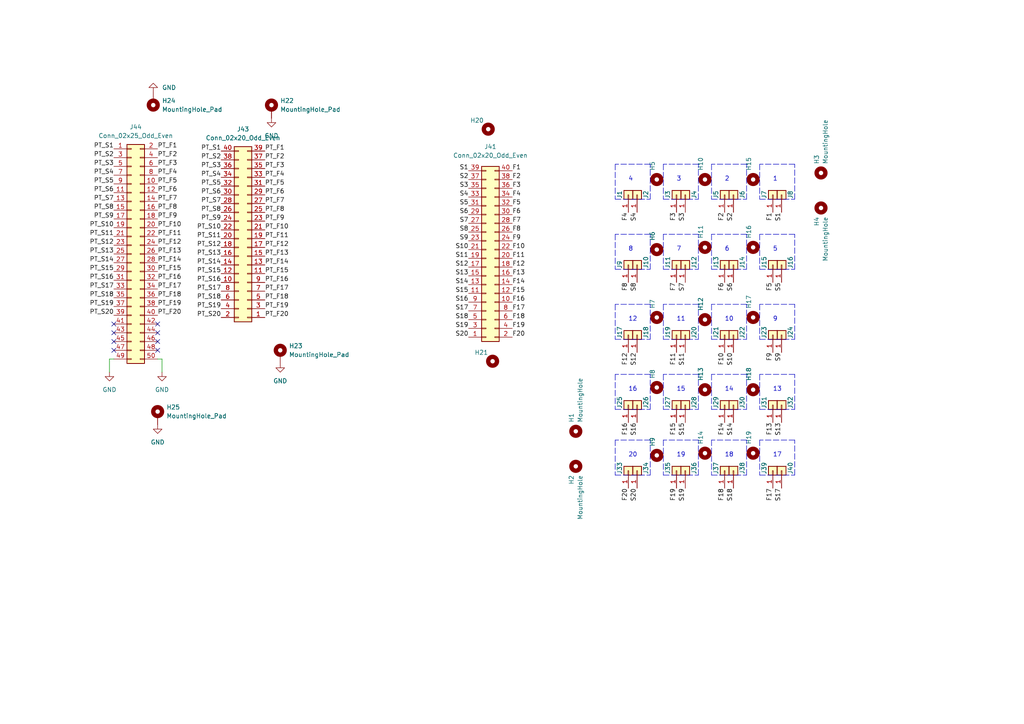
<source format=kicad_sch>
(kicad_sch (version 20211123) (generator eeschema)
  (paper "A4")
  (lib_symbols
    (symbol "Connector_Generic:Conn_01x01" (pin_names (offset 1.016) hide)
      (property "Reference" "J" (at 0 2.54 0))
      (property "Value" "Conn_01x01" (at 0 -2.54 0))
      (symbol "Conn_01x01_1_1"
        (rectangle (start -1.27 0.127) (end 0 -0.127) (stroke (width 0.1524)))
        (rectangle (start -1.27 1.27) (end 1.27 -1.27) (stroke (width 0.254)) (fill (type background)))
        (pin passive line (at -5.08 0 0) (length 3.81) (name "Pin_1") (number "1"))
      )
    )
    (symbol "Connector_Generic:Conn_02x20_Odd_Even" (pin_names (offset 1.016) hide)
      (property "Reference" "J" (at 1.27 25.4 0))
      (property "Value" "Conn_02x20_Odd_Even" (at 1.27 -27.94 0))
      (symbol "Conn_02x20_Odd_Even_1_1"
        (rectangle (start -1.27 -25.273) (end 0 -25.527) (stroke (width 0.1524)))
        (rectangle (start -1.27 -22.733) (end 0 -22.987) (stroke (width 0.1524)))
        (rectangle (start -1.27 -20.193) (end 0 -20.447) (stroke (width 0.1524)))
        (rectangle (start -1.27 -17.653) (end 0 -17.907) (stroke (width 0.1524)))
        (rectangle (start -1.27 -15.113) (end 0 -15.367) (stroke (width 0.1524)))
        (rectangle (start -1.27 -12.573) (end 0 -12.827) (stroke (width 0.1524)))
        (rectangle (start -1.27 -10.033) (end 0 -10.287) (stroke (width 0.1524)))
        (rectangle (start -1.27 -7.493) (end 0 -7.747) (stroke (width 0.1524)))
        (rectangle (start -1.27 -4.953) (end 0 -5.207) (stroke (width 0.1524)))
        (rectangle (start -1.27 -2.413) (end 0 -2.667) (stroke (width 0.1524)))
        (rectangle (start -1.27 0.127) (end 0 -0.127) (stroke (width 0.1524)))
        (rectangle (start -1.27 2.667) (end 0 2.413) (stroke (width 0.1524)))
        (rectangle (start -1.27 5.207) (end 0 4.953) (stroke (width 0.1524)))
        (rectangle (start -1.27 7.747) (end 0 7.493) (stroke (width 0.1524)))
        (rectangle (start -1.27 10.287) (end 0 10.033) (stroke (width 0.1524)))
        (rectangle (start -1.27 12.827) (end 0 12.573) (stroke (width 0.1524)))
        (rectangle (start -1.27 15.367) (end 0 15.113) (stroke (width 0.1524)))
        (rectangle (start -1.27 17.907) (end 0 17.653) (stroke (width 0.1524)))
        (rectangle (start -1.27 20.447) (end 0 20.193) (stroke (width 0.1524)))
        (rectangle (start -1.27 22.987) (end 0 22.733) (stroke (width 0.1524)))
        (rectangle (start -1.27 24.13) (end 3.81 -26.67) (stroke (width 0.254)) (fill (type background)))
        (rectangle (start 3.81 -25.273) (end 2.54 -25.527) (stroke (width 0.1524)))
        (rectangle (start 3.81 -22.733) (end 2.54 -22.987) (stroke (width 0.1524)))
        (rectangle (start 3.81 -20.193) (end 2.54 -20.447) (stroke (width 0.1524)))
        (rectangle (start 3.81 -17.653) (end 2.54 -17.907) (stroke (width 0.1524)))
        (rectangle (start 3.81 -15.113) (end 2.54 -15.367) (stroke (width 0.1524)))
        (rectangle (start 3.81 -12.573) (end 2.54 -12.827) (stroke (width 0.1524)))
        (rectangle (start 3.81 -10.033) (end 2.54 -10.287) (stroke (width 0.1524)))
        (rectangle (start 3.81 -7.493) (end 2.54 -7.747) (stroke (width 0.1524)))
        (rectangle (start 3.81 -4.953) (end 2.54 -5.207) (stroke (width 0.1524)))
        (rectangle (start 3.81 -2.413) (end 2.54 -2.667) (stroke (width 0.1524)))
        (rectangle (start 3.81 0.127) (end 2.54 -0.127) (stroke (width 0.1524)))
        (rectangle (start 3.81 2.667) (end 2.54 2.413) (stroke (width 0.1524)))
        (rectangle (start 3.81 5.207) (end 2.54 4.953) (stroke (width 0.1524)))
        (rectangle (start 3.81 7.747) (end 2.54 7.493) (stroke (width 0.1524)))
        (rectangle (start 3.81 10.287) (end 2.54 10.033) (stroke (width 0.1524)))
        (rectangle (start 3.81 12.827) (end 2.54 12.573) (stroke (width 0.1524)))
        (rectangle (start 3.81 15.367) (end 2.54 15.113) (stroke (width 0.1524)))
        (rectangle (start 3.81 17.907) (end 2.54 17.653) (stroke (width 0.1524)))
        (rectangle (start 3.81 20.447) (end 2.54 20.193) (stroke (width 0.1524)))
        (rectangle (start 3.81 22.987) (end 2.54 22.733) (stroke (width 0.1524)))
        (pin passive line (at -5.08 22.86 0) (length 3.81) (name "Pin_1") (number "1"))
        (pin passive line (at 7.62 12.7 180) (length 3.81) (name "Pin_10") (number "10"))
        (pin passive line (at -5.08 10.16 0) (length 3.81) (name "Pin_11") (number "11"))
        (pin passive line (at 7.62 10.16 180) (length 3.81) (name "Pin_12") (number "12"))
        (pin passive line (at -5.08 7.62 0) (length 3.81) (name "Pin_13") (number "13"))
        (pin passive line (at 7.62 7.62 180) (length 3.81) (name "Pin_14") (number "14"))
        (pin passive line (at -5.08 5.08 0) (length 3.81) (name "Pin_15") (number "15"))
        (pin passive line (at 7.62 5.08 180) (length 3.81) (name "Pin_16") (number "16"))
        (pin passive line (at -5.08 2.54 0) (length 3.81) (name "Pin_17") (number "17"))
        (pin passive line (at 7.62 2.54 180) (length 3.81) (name "Pin_18") (number "18"))
        (pin passive line (at -5.08 0 0) (length 3.81) (name "Pin_19") (number "19"))
        (pin passive line (at 7.62 22.86 180) (length 3.81) (name "Pin_2") (number "2"))
        (pin passive line (at 7.62 0 180) (length 3.81) (name "Pin_20") (number "20"))
        (pin passive line (at -5.08 -2.54 0) (length 3.81) (name "Pin_21") (number "21"))
        (pin passive line (at 7.62 -2.54 180) (length 3.81) (name "Pin_22") (number "22"))
        (pin passive line (at -5.08 -5.08 0) (length 3.81) (name "Pin_23") (number "23"))
        (pin passive line (at 7.62 -5.08 180) (length 3.81) (name "Pin_24") (number "24"))
        (pin passive line (at -5.08 -7.62 0) (length 3.81) (name "Pin_25") (number "25"))
        (pin passive line (at 7.62 -7.62 180) (length 3.81) (name "Pin_26") (number "26"))
        (pin passive line (at -5.08 -10.16 0) (length 3.81) (name "Pin_27") (number "27"))
        (pin passive line (at 7.62 -10.16 180) (length 3.81) (name "Pin_28") (number "28"))
        (pin passive line (at -5.08 -12.7 0) (length 3.81) (name "Pin_29") (number "29"))
        (pin passive line (at -5.08 20.32 0) (length 3.81) (name "Pin_3") (number "3"))
        (pin passive line (at 7.62 -12.7 180) (length 3.81) (name "Pin_30") (number "30"))
        (pin passive line (at -5.08 -15.24 0) (length 3.81) (name "Pin_31") (number "31"))
        (pin passive line (at 7.62 -15.24 180) (length 3.81) (name "Pin_32") (number "32"))
        (pin passive line (at -5.08 -17.78 0) (length 3.81) (name "Pin_33") (number "33"))
        (pin passive line (at 7.62 -17.78 180) (length 3.81) (name "Pin_34") (number "34"))
        (pin passive line (at -5.08 -20.32 0) (length 3.81) (name "Pin_35") (number "35"))
        (pin passive line (at 7.62 -20.32 180) (length 3.81) (name "Pin_36") (number "36"))
        (pin passive line (at -5.08 -22.86 0) (length 3.81) (name "Pin_37") (number "37"))
        (pin passive line (at 7.62 -22.86 180) (length 3.81) (name "Pin_38") (number "38"))
        (pin passive line (at -5.08 -25.4 0) (length 3.81) (name "Pin_39") (number "39"))
        (pin passive line (at 7.62 20.32 180) (length 3.81) (name "Pin_4") (number "4"))
        (pin passive line (at 7.62 -25.4 180) (length 3.81) (name "Pin_40") (number "40"))
        (pin passive line (at -5.08 17.78 0) (length 3.81) (name "Pin_5") (number "5"))
        (pin passive line (at 7.62 17.78 180) (length 3.81) (name "Pin_6") (number "6"))
        (pin passive line (at -5.08 15.24 0) (length 3.81) (name "Pin_7") (number "7"))
        (pin passive line (at 7.62 15.24 180) (length 3.81) (name "Pin_8") (number "8"))
        (pin passive line (at -5.08 12.7 0) (length 3.81) (name "Pin_9") (number "9"))
      )
    )
    (symbol "Connector_Generic:Conn_02x25_Odd_Even" (pin_names (offset 1.016) hide)
      (property "Reference" "J" (at 1.27 33.02 0))
      (property "Value" "Conn_02x25_Odd_Even" (at 1.27 -33.02 0))
      (symbol "Conn_02x25_Odd_Even_1_1"
        (rectangle (start -1.27 -30.353) (end 0 -30.607) (stroke (width 0.1524)))
        (rectangle (start -1.27 -27.813) (end 0 -28.067) (stroke (width 0.1524)))
        (rectangle (start -1.27 -25.273) (end 0 -25.527) (stroke (width 0.1524)))
        (rectangle (start -1.27 -22.733) (end 0 -22.987) (stroke (width 0.1524)))
        (rectangle (start -1.27 -20.193) (end 0 -20.447) (stroke (width 0.1524)))
        (rectangle (start -1.27 -17.653) (end 0 -17.907) (stroke (width 0.1524)))
        (rectangle (start -1.27 -15.113) (end 0 -15.367) (stroke (width 0.1524)))
        (rectangle (start -1.27 -12.573) (end 0 -12.827) (stroke (width 0.1524)))
        (rectangle (start -1.27 -10.033) (end 0 -10.287) (stroke (width 0.1524)))
        (rectangle (start -1.27 -7.493) (end 0 -7.747) (stroke (width 0.1524)))
        (rectangle (start -1.27 -4.953) (end 0 -5.207) (stroke (width 0.1524)))
        (rectangle (start -1.27 -2.413) (end 0 -2.667) (stroke (width 0.1524)))
        (rectangle (start -1.27 0.127) (end 0 -0.127) (stroke (width 0.1524)))
        (rectangle (start -1.27 2.667) (end 0 2.413) (stroke (width 0.1524)))
        (rectangle (start -1.27 5.207) (end 0 4.953) (stroke (width 0.1524)))
        (rectangle (start -1.27 7.747) (end 0 7.493) (stroke (width 0.1524)))
        (rectangle (start -1.27 10.287) (end 0 10.033) (stroke (width 0.1524)))
        (rectangle (start -1.27 12.827) (end 0 12.573) (stroke (width 0.1524)))
        (rectangle (start -1.27 15.367) (end 0 15.113) (stroke (width 0.1524)))
        (rectangle (start -1.27 17.907) (end 0 17.653) (stroke (width 0.1524)))
        (rectangle (start -1.27 20.447) (end 0 20.193) (stroke (width 0.1524)))
        (rectangle (start -1.27 22.987) (end 0 22.733) (stroke (width 0.1524)))
        (rectangle (start -1.27 25.527) (end 0 25.273) (stroke (width 0.1524)))
        (rectangle (start -1.27 28.067) (end 0 27.813) (stroke (width 0.1524)))
        (rectangle (start -1.27 30.607) (end 0 30.353) (stroke (width 0.1524)))
        (rectangle (start -1.27 31.75) (end 3.81 -31.75) (stroke (width 0.254)) (fill (type background)))
        (rectangle (start 3.81 -30.353) (end 2.54 -30.607) (stroke (width 0.1524)))
        (rectangle (start 3.81 -27.813) (end 2.54 -28.067) (stroke (width 0.1524)))
        (rectangle (start 3.81 -25.273) (end 2.54 -25.527) (stroke (width 0.1524)))
        (rectangle (start 3.81 -22.733) (end 2.54 -22.987) (stroke (width 0.1524)))
        (rectangle (start 3.81 -20.193) (end 2.54 -20.447) (stroke (width 0.1524)))
        (rectangle (start 3.81 -17.653) (end 2.54 -17.907) (stroke (width 0.1524)))
        (rectangle (start 3.81 -15.113) (end 2.54 -15.367) (stroke (width 0.1524)))
        (rectangle (start 3.81 -12.573) (end 2.54 -12.827) (stroke (width 0.1524)))
        (rectangle (start 3.81 -10.033) (end 2.54 -10.287) (stroke (width 0.1524)))
        (rectangle (start 3.81 -7.493) (end 2.54 -7.747) (stroke (width 0.1524)))
        (rectangle (start 3.81 -4.953) (end 2.54 -5.207) (stroke (width 0.1524)))
        (rectangle (start 3.81 -2.413) (end 2.54 -2.667) (stroke (width 0.1524)))
        (rectangle (start 3.81 0.127) (end 2.54 -0.127) (stroke (width 0.1524)))
        (rectangle (start 3.81 2.667) (end 2.54 2.413) (stroke (width 0.1524)))
        (rectangle (start 3.81 5.207) (end 2.54 4.953) (stroke (width 0.1524)))
        (rectangle (start 3.81 7.747) (end 2.54 7.493) (stroke (width 0.1524)))
        (rectangle (start 3.81 10.287) (end 2.54 10.033) (stroke (width 0.1524)))
        (rectangle (start 3.81 12.827) (end 2.54 12.573) (stroke (width 0.1524)))
        (rectangle (start 3.81 15.367) (end 2.54 15.113) (stroke (width 0.1524)))
        (rectangle (start 3.81 17.907) (end 2.54 17.653) (stroke (width 0.1524)))
        (rectangle (start 3.81 20.447) (end 2.54 20.193) (stroke (width 0.1524)))
        (rectangle (start 3.81 22.987) (end 2.54 22.733) (stroke (width 0.1524)))
        (rectangle (start 3.81 25.527) (end 2.54 25.273) (stroke (width 0.1524)))
        (rectangle (start 3.81 28.067) (end 2.54 27.813) (stroke (width 0.1524)))
        (rectangle (start 3.81 30.607) (end 2.54 30.353) (stroke (width 0.1524)))
        (pin passive line (at -5.08 30.48 0) (length 3.81) (name "Pin_1") (number "1"))
        (pin passive line (at 7.62 20.32 180) (length 3.81) (name "Pin_10") (number "10"))
        (pin passive line (at -5.08 17.78 0) (length 3.81) (name "Pin_11") (number "11"))
        (pin passive line (at 7.62 17.78 180) (length 3.81) (name "Pin_12") (number "12"))
        (pin passive line (at -5.08 15.24 0) (length 3.81) (name "Pin_13") (number "13"))
        (pin passive line (at 7.62 15.24 180) (length 3.81) (name "Pin_14") (number "14"))
        (pin passive line (at -5.08 12.7 0) (length 3.81) (name "Pin_15") (number "15"))
        (pin passive line (at 7.62 12.7 180) (length 3.81) (name "Pin_16") (number "16"))
        (pin passive line (at -5.08 10.16 0) (length 3.81) (name "Pin_17") (number "17"))
        (pin passive line (at 7.62 10.16 180) (length 3.81) (name "Pin_18") (number "18"))
        (pin passive line (at -5.08 7.62 0) (length 3.81) (name "Pin_19") (number "19"))
        (pin passive line (at 7.62 30.48 180) (length 3.81) (name "Pin_2") (number "2"))
        (pin passive line (at 7.62 7.62 180) (length 3.81) (name "Pin_20") (number "20"))
        (pin passive line (at -5.08 5.08 0) (length 3.81) (name "Pin_21") (number "21"))
        (pin passive line (at 7.62 5.08 180) (length 3.81) (name "Pin_22") (number "22"))
        (pin passive line (at -5.08 2.54 0) (length 3.81) (name "Pin_23") (number "23"))
        (pin passive line (at 7.62 2.54 180) (length 3.81) (name "Pin_24") (number "24"))
        (pin passive line (at -5.08 0 0) (length 3.81) (name "Pin_25") (number "25"))
        (pin passive line (at 7.62 0 180) (length 3.81) (name "Pin_26") (number "26"))
        (pin passive line (at -5.08 -2.54 0) (length 3.81) (name "Pin_27") (number "27"))
        (pin passive line (at 7.62 -2.54 180) (length 3.81) (name "Pin_28") (number "28"))
        (pin passive line (at -5.08 -5.08 0) (length 3.81) (name "Pin_29") (number "29"))
        (pin passive line (at -5.08 27.94 0) (length 3.81) (name "Pin_3") (number "3"))
        (pin passive line (at 7.62 -5.08 180) (length 3.81) (name "Pin_30") (number "30"))
        (pin passive line (at -5.08 -7.62 0) (length 3.81) (name "Pin_31") (number "31"))
        (pin passive line (at 7.62 -7.62 180) (length 3.81) (name "Pin_32") (number "32"))
        (pin passive line (at -5.08 -10.16 0) (length 3.81) (name "Pin_33") (number "33"))
        (pin passive line (at 7.62 -10.16 180) (length 3.81) (name "Pin_34") (number "34"))
        (pin passive line (at -5.08 -12.7 0) (length 3.81) (name "Pin_35") (number "35"))
        (pin passive line (at 7.62 -12.7 180) (length 3.81) (name "Pin_36") (number "36"))
        (pin passive line (at -5.08 -15.24 0) (length 3.81) (name "Pin_37") (number "37"))
        (pin passive line (at 7.62 -15.24 180) (length 3.81) (name "Pin_38") (number "38"))
        (pin passive line (at -5.08 -17.78 0) (length 3.81) (name "Pin_39") (number "39"))
        (pin passive line (at 7.62 27.94 180) (length 3.81) (name "Pin_4") (number "4"))
        (pin passive line (at 7.62 -17.78 180) (length 3.81) (name "Pin_40") (number "40"))
        (pin passive line (at -5.08 -20.32 0) (length 3.81) (name "Pin_41") (number "41"))
        (pin passive line (at 7.62 -20.32 180) (length 3.81) (name "Pin_42") (number "42"))
        (pin passive line (at -5.08 -22.86 0) (length 3.81) (name "Pin_43") (number "43"))
        (pin passive line (at 7.62 -22.86 180) (length 3.81) (name "Pin_44") (number "44"))
        (pin passive line (at -5.08 -25.4 0) (length 3.81) (name "Pin_45") (number "45"))
        (pin passive line (at 7.62 -25.4 180) (length 3.81) (name "Pin_46") (number "46"))
        (pin passive line (at -5.08 -27.94 0) (length 3.81) (name "Pin_47") (number "47"))
        (pin passive line (at 7.62 -27.94 180) (length 3.81) (name "Pin_48") (number "48"))
        (pin passive line (at -5.08 -30.48 0) (length 3.81) (name "Pin_49") (number "49"))
        (pin passive line (at -5.08 25.4 0) (length 3.81) (name "Pin_5") (number "5"))
        (pin passive line (at 7.62 -30.48 180) (length 3.81) (name "Pin_50") (number "50"))
        (pin passive line (at 7.62 25.4 180) (length 3.81) (name "Pin_6") (number "6"))
        (pin passive line (at -5.08 22.86 0) (length 3.81) (name "Pin_7") (number "7"))
        (pin passive line (at 7.62 22.86 180) (length 3.81) (name "Pin_8") (number "8"))
        (pin passive line (at -5.08 20.32 0) (length 3.81) (name "Pin_9") (number "9"))
      )
    )
    (symbol "Mechanical:MountingHole" (pin_names (offset 1.016))
      (property "Reference" "H" (at 0 5.08 0))
      (property "Value" "MountingHole" (at 0 3.175 0))
      (symbol "MountingHole_0_1"
        (circle (center 0 0) (radius 1.27) (stroke (width 1.27)))
      )
    )
    (symbol "Mechanical:MountingHole_Pad" (pin_numbers hide) (pin_names (offset 1.016) hide)
      (property "Reference" "H" (at 0 6.35 0))
      (property "Value" "MountingHole_Pad" (at 0 4.445 0))
      (symbol "MountingHole_Pad_0_1"
        (circle (center 0 1.27) (radius 1.27) (stroke (width 1.27)))
      )
      (symbol "MountingHole_Pad_1_1"
        (pin input line (at 0 -2.54 90) (length 2.54) (name "1") (number "1"))
      )
    )
    (symbol "power:GND" (power) (pin_names (offset 0))
      (property "Value" "GND" (at 0 -3.81 0))
      (symbol "GND_0_1"
        (polyline (pts (xy 0 0) (xy 0 -1.27) (xy 1.27 -1.27) (xy 0 -2.54) (xy -1.27 -1.27) (xy 0 -1.27)))
      )
      (symbol "GND_1_1"
        (pin power_in line (at 0 0 270) (length 0) hide (name "GND") (number "1"))
      )
    )
  )
  (no_connect (at 33.02 93.98))
  (no_connect (at 33.02 96.52))
  (no_connect (at 33.02 99.06))
  (no_connect (at 33.02 101.6))
  (no_connect (at 45.72 101.6))
  (no_connect (at 45.72 99.06))
  (no_connect (at 45.72 96.52))
  (no_connect (at 45.72 93.98))
  (polyline (pts (xy 192.405 108.585) (xy 192.405 118.745)))
  (polyline (pts (xy 188.595 108.585) (xy 178.435 108.585)))
  (polyline (pts (xy 230.505 78.105) (xy 230.505 67.945)))
  (polyline (pts (xy 178.435 118.745) (xy 188.595 118.745)))
  (wire (pts (xy 31.75 104.14) (xy 31.75 107.95)))
  (polyline (pts (xy 220.345 118.745) (xy 230.505 118.745)))
  (polyline (pts (xy 206.375 47.625) (xy 206.375 57.785)))
  (polyline (pts (xy 230.505 57.785) (xy 230.505 47.625)))
  (polyline (pts (xy 216.535 47.625) (xy 206.375 47.625)))
  (polyline (pts (xy 178.435 47.625) (xy 178.435 57.785)))
  (polyline (pts (xy 206.375 118.745) (xy 216.535 118.745)))
  (polyline (pts (xy 188.595 67.945) (xy 178.435 67.945)))
  (polyline (pts (xy 220.345 137.795) (xy 230.505 137.795)))
  (polyline (pts (xy 202.565 137.795) (xy 202.565 127.635)))
  (polyline (pts (xy 178.435 137.795) (xy 188.595 137.795)))
  (polyline (pts (xy 188.595 127.635) (xy 178.435 127.635)))
  (polyline (pts (xy 192.405 127.635) (xy 192.405 137.795)))
  (polyline (pts (xy 192.405 47.625) (xy 192.405 57.785)))
  (polyline (pts (xy 230.505 47.625) (xy 220.345 47.625)))
  (polyline (pts (xy 178.435 108.585) (xy 178.435 118.745)))
  (polyline (pts (xy 188.595 47.625) (xy 178.435 47.625)))
  (polyline (pts (xy 192.405 67.945) (xy 192.405 78.105)))
  (polyline (pts (xy 220.345 57.785) (xy 230.505 57.785)))
  (polyline (pts (xy 188.595 137.795) (xy 188.595 127.635)))
  (polyline (pts (xy 206.375 137.795) (xy 216.535 137.795)))
  (polyline (pts (xy 230.505 118.745) (xy 230.505 108.585)))
  (polyline (pts (xy 192.405 98.425) (xy 202.565 98.425)))
  (wire (pts (xy 45.72 104.14) (xy 46.99 104.14)))
  (polyline (pts (xy 192.405 118.745) (xy 202.565 118.745)))
  (polyline (pts (xy 220.345 127.635) (xy 220.345 137.795)))
  (polyline (pts (xy 202.565 127.635) (xy 192.405 127.635)))
  (polyline (pts (xy 206.375 127.635) (xy 206.375 137.795)))
  (polyline (pts (xy 178.435 98.425) (xy 188.595 98.425)))
  (polyline (pts (xy 202.565 57.785) (xy 202.565 47.625)))
  (polyline (pts (xy 230.505 88.265) (xy 220.345 88.265)))
  (polyline (pts (xy 206.375 108.585) (xy 206.375 118.745)))
  (polyline (pts (xy 230.505 137.795) (xy 230.505 127.635)))
  (polyline (pts (xy 202.565 67.945) (xy 192.405 67.945)))
  (polyline (pts (xy 220.345 108.585) (xy 220.345 118.745)))
  (polyline (pts (xy 220.345 88.265) (xy 220.345 98.425)))
  (wire (pts (xy 46.99 104.14) (xy 46.99 107.95)))
  (polyline (pts (xy 216.535 137.795) (xy 216.535 127.635)))
  (polyline (pts (xy 202.565 78.105) (xy 202.565 67.945)))
  (polyline (pts (xy 202.565 47.625) (xy 192.405 47.625)))
  (polyline (pts (xy 202.565 118.745) (xy 202.565 108.585)))
  (polyline (pts (xy 206.375 88.265) (xy 206.375 98.425)))
  (polyline (pts (xy 216.535 127.635) (xy 206.375 127.635)))
  (polyline (pts (xy 230.505 67.945) (xy 220.345 67.945)))
  (polyline (pts (xy 216.535 88.265) (xy 206.375 88.265)))
  (polyline (pts (xy 220.345 47.625) (xy 220.345 57.785)))
  (polyline (pts (xy 202.565 98.425) (xy 202.565 88.265)))
  (polyline (pts (xy 178.435 57.785) (xy 188.595 57.785)))
  (polyline (pts (xy 188.595 98.425) (xy 188.595 88.265)))
  (polyline (pts (xy 220.345 67.945) (xy 220.345 78.105)))
  (polyline (pts (xy 216.535 118.745) (xy 216.535 108.585)))
  (polyline (pts (xy 216.535 78.105) (xy 216.535 67.945)))
  (polyline (pts (xy 202.565 108.585) (xy 192.405 108.585)))
  (polyline (pts (xy 178.435 88.265) (xy 178.435 98.425)))
  (polyline (pts (xy 220.345 78.105) (xy 230.505 78.105)))
  (polyline (pts (xy 188.595 57.785) (xy 188.595 47.625)))
  (polyline (pts (xy 216.535 108.585) (xy 206.375 108.585)))
  (polyline (pts (xy 192.405 88.265) (xy 192.405 98.425)))
  (polyline (pts (xy 206.375 67.945) (xy 206.375 78.105)))
  (polyline (pts (xy 178.435 78.105) (xy 188.595 78.105)))
  (polyline (pts (xy 230.505 98.425) (xy 230.505 88.265)))
  (polyline (pts (xy 192.405 78.105) (xy 202.565 78.105)))
  (polyline (pts (xy 220.345 98.425) (xy 230.505 98.425)))
  (polyline (pts (xy 206.375 78.105) (xy 216.535 78.105)))
  (polyline (pts (xy 230.505 108.585) (xy 220.345 108.585)))
  (polyline (pts (xy 178.435 67.945) (xy 178.435 78.105)))
  (polyline (pts (xy 202.565 88.265) (xy 192.405 88.265)))
  (polyline (pts (xy 216.535 57.785) (xy 216.535 47.625)))
  (polyline (pts (xy 188.595 78.105) (xy 188.595 67.945)))
  (polyline (pts (xy 188.595 88.265) (xy 178.435 88.265)))
  (polyline (pts (xy 206.375 98.425) (xy 216.535 98.425)))
  (polyline (pts (xy 216.535 98.425) (xy 216.535 88.265)))
  (polyline (pts (xy 206.375 57.785) (xy 216.535 57.785)))
  (polyline (pts (xy 192.405 137.795) (xy 202.565 137.795)))
  (polyline (pts (xy 192.405 57.785) (xy 202.565 57.785)))
  (wire (pts (xy 33.02 104.14) (xy 31.75 104.14)))
  (polyline (pts (xy 188.595 118.745) (xy 188.595 108.585)))
  (polyline (pts (xy 178.435 127.635) (xy 178.435 137.795)))
  (polyline (pts (xy 216.535 67.945) (xy 206.375 67.945)))
  (polyline (pts (xy 230.505 127.635) (xy 220.345 127.635)))
  (text "10" (at 210.185 93.345 0) (effects (font (size 1.27 1.27)) (justify left bottom)))
  (text "8" (at 182.245 73.025 0) (effects (font (size 1.27 1.27)) (justify left bottom)))
  (text "19" (at 196.215 132.715 0) (effects (font (size 1.27 1.27)) (justify left bottom)))
  (text "1" (at 224.155 52.705 0) (effects (font (size 1.27 1.27)) (justify left bottom)))
  (text "14" (at 210.185 113.665 0) (effects (font (size 1.27 1.27)) (justify left bottom)))
  (text "5" (at 224.155 73.025 0) (effects (font (size 1.27 1.27)) (justify left bottom)))
  (text "7" (at 196.215 73.025 0) (effects (font (size 1.27 1.27)) (justify left bottom)))
  (text "3" (at 196.215 52.705 0) (effects (font (size 1.27 1.27)) (justify left bottom)))
  (text "11" (at 196.215 93.345 0) (effects (font (size 1.27 1.27)) (justify left bottom)))
  (text "18" (at 210.185 132.715 0) (effects (font (size 1.27 1.27)) (justify left bottom)))
  (text "6" (at 210.185 73.025 0) (effects (font (size 1.27 1.27)) (justify left bottom)))
  (text "15" (at 196.215 113.665 0) (effects (font (size 1.27 1.27)) (justify left bottom)))
  (text "17" (at 224.155 132.715 0) (effects (font (size 1.27 1.27)) (justify left bottom)))
  (text "4" (at 182.245 52.705 0) (effects (font (size 1.27 1.27)) (justify left bottom)))
  (text "9" (at 224.155 93.345 0) (effects (font (size 1.27 1.27)) (justify left bottom)))
  (text "20" (at 182.245 132.715 0) (effects (font (size 1.27 1.27)) (justify left bottom)))
  (text "16" (at 182.245 113.665 0) (effects (font (size 1.27 1.27)) (justify left bottom)))
  (text "13" (at 224.155 113.665 0) (effects (font (size 1.27 1.27)) (justify left bottom)))
  (text "12" (at 182.245 93.345 0) (effects (font (size 1.27 1.27)) (justify left bottom)))
  (text "2" (at 210.185 52.705 0) (effects (font (size 1.27 1.27)) (justify left bottom)))
  (label "PT_F14" (at 45.72 76.2 0))
  (label "PT_F6" (at 45.72 55.88 0))
  (label "PT_F16" (at 45.72 81.28 0))
  (label "S7" (at 198.755 81.915 270))
  (label "PT_F19" (at 76.835 89.535 0))
  (label "F19" (at 196.215 141.605 270))
  (label "PT_S15" (at 64.135 79.375 180))
  (label "PT_F5" (at 76.835 53.975 0))
  (label "PT_S9" (at 64.135 64.135 180))
  (label "F20" (at 148.59 97.79 0))
  (label "PT_F4" (at 76.835 51.435 0))
  (label "PT_F10" (at 45.72 66.04 0))
  (label "PT_S13" (at 64.135 74.295 180))
  (label "PT_F11" (at 45.72 68.58 0))
  (label "PT_F4" (at 45.72 50.8 0))
  (label "F12" (at 182.245 102.235 270))
  (label "S16" (at 184.785 122.555 270))
  (label "PT_S1" (at 64.135 43.815 180))
  (label "S19" (at 198.755 141.605 270))
  (label "PT_F9" (at 76.835 64.135 0))
  (label "F20" (at 182.245 141.605 270))
  (label "PT_F3" (at 45.72 48.26 0))
  (label "S17" (at 226.695 141.605 270))
  (label "S14" (at 135.89 82.55 180))
  (label "PT_F20" (at 76.835 92.075 0))
  (label "PT_F18" (at 76.835 86.995 0))
  (label "S14" (at 212.725 122.555 270))
  (label "F16" (at 148.59 87.63 0))
  (label "PT_S4" (at 64.135 51.435 180))
  (label "F17" (at 224.155 141.605 270))
  (label "F11" (at 148.59 74.93 0))
  (label "PT_S18" (at 33.02 86.36 180))
  (label "F5" (at 224.155 81.915 270))
  (label "F1" (at 224.155 61.595 270))
  (label "PT_S9" (at 33.02 63.5 180))
  (label "PT_F15" (at 76.835 79.375 0))
  (label "PT_S12" (at 33.02 71.12 180))
  (label "PT_F9" (at 45.72 63.5 0))
  (label "F7" (at 196.215 81.915 270))
  (label "S2" (at 135.89 52.07 180))
  (label "S15" (at 198.755 122.555 270))
  (label "F3" (at 148.59 54.61 0))
  (label "S17" (at 135.89 90.17 180))
  (label "PT_S7" (at 33.02 58.42 180))
  (label "PT_S11" (at 64.135 69.215 180))
  (label "PT_F17" (at 76.835 84.455 0))
  (label "F6" (at 148.59 62.23 0))
  (label "PT_S14" (at 33.02 76.2 180))
  (label "PT_S2" (at 64.135 46.355 180))
  (label "F6" (at 210.185 81.915 270))
  (label "F9" (at 224.155 102.235 270))
  (label "PT_F8" (at 76.835 61.595 0))
  (label "PT_F20" (at 45.72 91.44 0))
  (label "S9" (at 135.89 69.85 180))
  (label "S13" (at 135.89 80.01 180))
  (label "S13" (at 226.695 122.555 270))
  (label "PT_F12" (at 45.72 71.12 0))
  (label "F2" (at 210.185 61.595 270))
  (label "PT_S15" (at 33.02 78.74 180))
  (label "PT_F14" (at 76.835 76.835 0))
  (label "PT_S16" (at 64.135 81.915 180))
  (label "PT_F7" (at 45.72 58.42 0))
  (label "PT_F8" (at 45.72 60.96 0))
  (label "S15" (at 135.89 85.09 180))
  (label "F14" (at 210.185 122.555 270))
  (label "S6" (at 135.89 62.23 180))
  (label "PT_S1" (at 33.02 43.18 180))
  (label "F18" (at 148.59 92.71 0))
  (label "S4" (at 184.785 61.595 270))
  (label "S1" (at 135.89 49.53 180))
  (label "F4" (at 182.245 61.595 270))
  (label "S5" (at 135.89 59.69 180))
  (label "S4" (at 135.89 57.15 180))
  (label "PT_S8" (at 64.135 61.595 180))
  (label "PT_S6" (at 33.02 55.88 180))
  (label "PT_F1" (at 76.835 43.815 0))
  (label "PT_S17" (at 64.135 84.455 180))
  (label "PT_S2" (at 33.02 45.72 180))
  (label "PT_S16" (at 33.02 81.28 180))
  (label "S8" (at 184.785 81.915 270))
  (label "F9" (at 148.59 69.85 0))
  (label "PT_F6" (at 76.835 56.515 0))
  (label "S2" (at 212.725 61.595 270))
  (label "PT_S3" (at 33.02 48.26 180))
  (label "PT_F18" (at 45.72 86.36 0))
  (label "PT_S17" (at 33.02 83.82 180))
  (label "S5" (at 226.695 81.915 270))
  (label "F15" (at 196.215 122.555 270))
  (label "S12" (at 135.89 77.47 180))
  (label "PT_F12" (at 76.835 71.755 0))
  (label "PT_F2" (at 76.835 46.355 0))
  (label "PT_F3" (at 76.835 48.895 0))
  (label "F13" (at 224.155 122.555 270))
  (label "F12" (at 148.59 77.47 0))
  (label "PT_F15" (at 45.72 78.74 0))
  (label "S18" (at 212.725 141.605 270))
  (label "PT_F1" (at 45.72 43.18 0))
  (label "F17" (at 148.59 90.17 0))
  (label "PT_F10" (at 76.835 66.675 0))
  (label "F4" (at 148.59 57.15 0))
  (label "F1" (at 148.59 49.53 0))
  (label "F16" (at 182.245 122.555 270))
  (label "PT_F5" (at 45.72 53.34 0))
  (label "F18" (at 210.185 141.605 270))
  (label "F5" (at 148.59 59.69 0))
  (label "S8" (at 135.89 67.31 180))
  (label "PT_S20" (at 33.02 91.44 180))
  (label "S10" (at 135.89 72.39 180))
  (label "F15" (at 148.59 85.09 0))
  (label "PT_S18" (at 64.135 86.995 180))
  (label "F8" (at 182.245 81.915 270))
  (label "PT_S5" (at 64.135 53.975 180))
  (label "F11" (at 196.215 102.235 270))
  (label "S6" (at 212.725 81.915 270))
  (label "S7" (at 135.89 64.77 180))
  (label "F10" (at 148.59 72.39 0))
  (label "S9" (at 226.695 102.235 270))
  (label "S11" (at 198.755 102.235 270))
  (label "F10" (at 210.185 102.235 270))
  (label "F3" (at 196.215 61.595 270))
  (label "F13" (at 148.59 80.01 0))
  (label "F14" (at 148.59 82.55 0))
  (label "F7" (at 148.59 64.77 0))
  (label "S20" (at 135.89 97.79 180))
  (label "PT_F11" (at 76.835 69.215 0))
  (label "PT_S6" (at 64.135 56.515 180))
  (label "PT_F19" (at 45.72 88.9 0))
  (label "PT_S14" (at 64.135 76.835 180))
  (label "PT_F2" (at 45.72 45.72 0))
  (label "F2" (at 148.59 52.07 0))
  (label "S18" (at 135.89 92.71 180))
  (label "PT_S3" (at 64.135 48.895 180))
  (label "PT_S11" (at 33.02 68.58 180))
  (label "S11" (at 135.89 74.93 180))
  (label "PT_S8" (at 33.02 60.96 180))
  (label "S10" (at 212.725 102.235 270))
  (label "PT_S20" (at 64.135 92.075 180))
  (label "S3" (at 135.89 54.61 180))
  (label "S20" (at 184.785 141.605 270))
  (label "PT_S19" (at 33.02 88.9 180))
  (label "PT_F13" (at 76.835 74.295 0))
  (label "S16" (at 135.89 87.63 180))
  (label "PT_F7" (at 76.835 59.055 0))
  (label "PT_S5" (at 33.02 53.34 180))
  (label "PT_S19" (at 64.135 89.535 180))
  (label "PT_S7" (at 64.135 59.055 180))
  (label "S1" (at 226.695 61.595 270))
  (label "S12" (at 184.785 102.235 270))
  (label "PT_S4" (at 33.02 50.8 180))
  (label "S3" (at 198.755 61.595 270))
  (label "F19" (at 148.59 95.25 0))
  (label "PT_S10" (at 64.135 66.675 180))
  (label "PT_F17" (at 45.72 83.82 0))
  (label "F8" (at 148.59 67.31 0))
  (label "PT_F13" (at 45.72 73.66 0))
  (label "PT_S10" (at 33.02 66.04 180))
  (label "PT_S13" (at 33.02 73.66 180))
  (label "S19" (at 135.89 95.25 180))
  (label "PT_S12" (at 64.135 71.755 180))
  (label "PT_F16" (at 76.835 81.915 0))
  (symbol (lib_id "Connector_Generic:Conn_01x01") (at 182.245 56.515 90) (unit 1)
    (property "Reference" "J1" (at 179.705 55.245 0) (effects (justify right)))
    (property "Value" "Conn_01x01" (effects hide))
    (property "Footprint" "custom_footprints:0921" (effects hide))
  )
  (symbol (lib_id "Connector_Generic:Conn_01x01") (at 198.755 117.475 90) (unit 1)
    (property "Reference" "J28" (at 201.295 114.935 0) (effects (justify right)))
    (property "Value" "Conn_01x01" (effects hide))
    (property "Footprint" "custom_footprints:0921" (effects hide))
  )
  (symbol (lib_id "Connector_Generic:Conn_01x01") (at 182.245 117.475 90) (unit 1)
    (property "Reference" "J25" (at 179.705 114.935 0) (effects (justify right)))
    (property "Value" "Conn_01x01" (effects hide))
    (property "Footprint" "custom_footprints:0921" (effects hide))
  )
  (symbol (lib_id "Connector_Generic:Conn_01x01") (at 226.695 136.525 90) (unit 1)
    (property "Reference" "J40" (at 229.235 133.985 0) (effects (justify right)))
    (property "Value" "Conn_01x01" (effects hide))
    (property "Footprint" "custom_footprints:0921" (effects hide))
  )
  (symbol (lib_id "Connector_Generic:Conn_01x01") (at 210.185 56.515 90) (unit 1)
    (property "Reference" "J5" (at 207.645 55.245 0) (effects (justify right)))
    (property "Value" "Conn_01x01" (effects hide))
    (property "Footprint" "custom_footprints:0921" (effects hide))
  )
  (symbol (lib_id "Connector_Generic:Conn_01x01") (at 224.155 136.525 90) (unit 1)
    (property "Reference" "J39" (at 221.615 133.985 0) (effects (justify right)))
    (property "Value" "Conn_01x01" (effects hide))
    (property "Footprint" "custom_footprints:0921" (effects hide))
  )
  (symbol (lib_id "Connector_Generic:Conn_01x01") (at 210.185 117.475 90) (unit 1)
    (property "Reference" "J29" (at 207.645 114.935 0) (effects (justify right)))
    (property "Value" "Conn_01x01" (effects hide))
    (property "Footprint" "custom_footprints:0921" (effects hide))
  )
  (symbol (lib_id "Mechanical:MountingHole_Pad") (at 44.45 29.21 180) (unit 1)
    (property "Reference" "H24" (at 46.99 29.2099 0) (effects (justify right)))
    (property "Value" "MountingHole_Pad" (at 46.99 31.7499 0) (effects (justify right)))
    (property "Footprint" "custom_footprints:MountingHole_3.2mm_M3_ISO7380_Pad_TopBottom_screw" (effects hide))
  )
  (symbol (lib_id "Connector_Generic:Conn_02x25_Odd_Even") (at 38.1 73.66 0) (unit 1)
    (property "Reference" "J44" (at 39.37 36.83 0))
    (property "Value" "Conn_02x25_Odd_Even" (at 39.37 39.37 0))
    (property "Footprint" "Connector_PinHeader_2.54mm:PinHeader_2x25_P2.54mm_Vertical" (effects hide))
  )
  (symbol (lib_id "Connector_Generic:Conn_01x01") (at 212.725 76.835 90) (unit 1)
    (property "Reference" "J14" (at 215.265 74.295 0) (effects (justify right)))
    (property "Value" "Conn_01x01" (effects hide))
    (property "Footprint" "custom_footprints:0921" (effects hide))
  )
  (symbol (lib_id "Connector_Generic:Conn_01x01") (at 196.215 136.525 90) (unit 1)
    (property "Reference" "J35" (at 193.675 133.985 0) (effects (justify right)))
    (property "Value" "Conn_01x01" (effects hide))
    (property "Footprint" "custom_footprints:0921" (effects hide))
  )
  (symbol (lib_id "Connector_Generic:Conn_01x01") (at 198.755 136.525 90) (unit 1)
    (property "Reference" "J36" (at 201.295 133.985 0) (effects (justify right)))
    (property "Value" "Conn_01x01" (effects hide))
    (property "Footprint" "custom_footprints:0921" (effects hide))
  )
  (symbol (lib_id "Mechanical:MountingHole_Pad") (at 45.72 120.65 0) (unit 1)
    (property "Reference" "H25" (at 48.26 118.1099 0) (effects (justify left)))
    (property "Value" "MountingHole_Pad" (at 48.26 120.6499 0) (effects (justify left)))
    (property "Footprint" "custom_footprints:MountingHole_3.2mm_M3_ISO7380_Pad_TopBottom_screw" (effects hide))
  )
  (symbol (lib_id "Mechanical:MountingHole") (at 142.875 104.775 90) (unit 1)
    (property "Reference" "H21" (at 141.6049 102.235 90) (effects (justify left)))
    (property "Value" "MountingHole" (effects hide))
    (property "Footprint" "custom_footprints:MountingHole_3.2mm_M3_wscrew" (effects hide))
  )
  (symbol (lib_id "power:GND") (at 45.72 123.19 0) (unit 1)
    (property "Reference" "#PWR0106" (effects hide))
    (property "Value" "GND" (at 45.72 128.27 0))
  )
  (symbol (lib_id "Connector_Generic:Conn_01x01") (at 196.215 117.475 90) (unit 1)
    (property "Reference" "J27" (at 193.675 114.935 0) (effects (justify right)))
    (property "Value" "Conn_01x01" (effects hide))
    (property "Footprint" "custom_footprints:0921" (effects hide))
  )
  (symbol (lib_id "Connector_Generic:Conn_01x01") (at 224.155 117.475 90) (unit 1)
    (property "Reference" "J31" (at 221.615 114.935 0) (effects (justify right)))
    (property "Value" "Conn_01x01" (effects hide))
    (property "Footprint" "custom_footprints:0921" (effects hide))
  )
  (symbol (lib_id "Mechanical:MountingHole") (at 238.125 60.325 270) (mirror x) (unit 1)
    (property "Reference" "H4" (at 236.8549 62.865 0) (effects (justify right)))
    (property "Value" "MountingHole" (at 239.3949 62.865 0) (effects (justify right)))
    (property "Footprint" "MountingHole:MountingHole_6.4mm_M6" (effects hide))
  )
  (symbol (lib_id "Connector_Generic:Conn_01x01") (at 196.215 97.155 90) (unit 1)
    (property "Reference" "J19" (at 193.675 94.615 0) (effects (justify right)))
    (property "Value" "Conn_01x01" (effects hide))
    (property "Footprint" "custom_footprints:0921" (effects hide))
  )
  (symbol (lib_id "Connector_Generic:Conn_01x01") (at 198.755 76.835 90) (unit 1)
    (property "Reference" "J12" (at 201.295 74.295 0) (effects (justify right)))
    (property "Value" "Conn_01x01" (effects hide))
    (property "Footprint" "custom_footprints:0921" (effects hide))
  )
  (symbol (lib_id "Mechanical:MountingHole") (at 218.44 113.03 90) (unit 1)
    (property "Reference" "H18" (at 217.1699 110.49 0) (effects (justify left)))
    (property "Value" "MountingHole" (effects hide))
    (property "Footprint" "custom_footprints:MountingHole_3.2mm_M3_wscrew" (effects hide))
  )
  (symbol (lib_id "Connector_Generic:Conn_01x01") (at 224.155 76.835 90) (unit 1)
    (property "Reference" "J15" (at 221.615 74.295 0) (effects (justify right)))
    (property "Value" "Conn_01x01" (effects hide))
    (property "Footprint" "custom_footprints:0921" (effects hide))
  )
  (symbol (lib_id "Connector_Generic:Conn_02x20_Odd_Even") (at 71.755 69.215 180) (unit 1)
    (property "Reference" "J43" (at 70.485 37.465 0))
    (property "Value" "Conn_02x20_Odd_Even" (at 70.485 40.005 0))
    (property "Footprint" "custom_footprints:TST-120-01-G-D" (effects hide))
  )
  (symbol (lib_id "Mechanical:MountingHole") (at 190.5 132.08 90) (unit 1)
    (property "Reference" "H9" (at 189.2299 129.54 0) (effects (justify left)))
    (property "Value" "MountingHole" (effects hide))
    (property "Footprint" "custom_footprints:MountingHole_3.2mm_M3_wscrew" (effects hide))
  )
  (symbol (lib_id "Connector_Generic:Conn_01x01") (at 210.185 76.835 90) (unit 1)
    (property "Reference" "J13" (at 207.645 74.295 0) (effects (justify right)))
    (property "Value" "Conn_01x01" (effects hide))
    (property "Footprint" "custom_footprints:0921" (effects hide))
  )
  (symbol (lib_id "power:GND") (at 81.28 105.41 0) (unit 1)
    (property "Reference" "#PWR0102" (effects hide))
    (property "Value" "GND" (at 81.28 110.49 0))
  )
  (symbol (lib_id "Connector_Generic:Conn_01x01") (at 212.725 56.515 90) (unit 1)
    (property "Reference" "J6" (at 215.265 55.245 0) (effects (justify right)))
    (property "Value" "Conn_01x01" (effects hide))
    (property "Footprint" "custom_footprints:0921" (effects hide))
  )
  (symbol (lib_id "Mechanical:MountingHole") (at 190.5 92.075 90) (unit 1)
    (property "Reference" "H7" (at 189.2299 89.535 0) (effects (justify left)))
    (property "Value" "MountingHole" (effects hide))
    (property "Footprint" "custom_footprints:MountingHole_3.2mm_M3_wscrew" (effects hide))
  )
  (symbol (lib_id "Mechanical:MountingHole") (at 204.47 52.07 90) (unit 1)
    (property "Reference" "H10" (at 203.1999 49.53 0) (effects (justify left)))
    (property "Value" "MountingHole" (effects hide))
    (property "Footprint" "custom_footprints:MountingHole_3.2mm_M3_wscrew" (effects hide))
  )
  (symbol (lib_id "Mechanical:MountingHole") (at 218.44 131.445 90) (unit 1)
    (property "Reference" "H19" (at 217.1699 128.905 0) (effects (justify left)))
    (property "Value" "MountingHole" (effects hide))
    (property "Footprint" "custom_footprints:MountingHole_3.2mm_M3_wscrew" (effects hide))
  )
  (symbol (lib_id "Mechanical:MountingHole") (at 204.47 92.71 90) (unit 1)
    (property "Reference" "H12" (at 203.1999 90.17 0) (effects (justify left)))
    (property "Value" "MountingHole" (effects hide))
    (property "Footprint" "custom_footprints:MountingHole_3.2mm_M3_wscrew" (effects hide))
  )
  (symbol (lib_id "Connector_Generic:Conn_01x01") (at 212.725 117.475 90) (unit 1)
    (property "Reference" "J30" (at 215.265 114.935 0) (effects (justify right)))
    (property "Value" "Conn_01x01" (effects hide))
    (property "Footprint" "custom_footprints:0921" (effects hide))
  )
  (symbol (lib_id "Connector_Generic:Conn_01x01") (at 226.695 117.475 90) (unit 1)
    (property "Reference" "J32" (at 229.235 114.935 0) (effects (justify right)))
    (property "Value" "Conn_01x01" (effects hide))
    (property "Footprint" "custom_footprints:0921" (effects hide))
  )
  (symbol (lib_id "Connector_Generic:Conn_01x01") (at 210.185 97.155 90) (unit 1)
    (property "Reference" "J21" (at 207.645 94.615 0) (effects (justify right)))
    (property "Value" "Conn_01x01" (effects hide))
    (property "Footprint" "custom_footprints:0921" (effects hide))
  )
  (symbol (lib_id "Connector_Generic:Conn_01x01") (at 198.755 97.155 90) (unit 1)
    (property "Reference" "J20" (at 201.295 94.615 0) (effects (justify right)))
    (property "Value" "Conn_01x01" (effects hide))
    (property "Footprint" "custom_footprints:0921" (effects hide))
  )
  (symbol (lib_id "Mechanical:MountingHole") (at 238.125 50.165 90) (unit 1)
    (property "Reference" "H3" (at 236.8549 47.625 0) (effects (justify left)))
    (property "Value" "MountingHole" (at 239.3949 47.625 0) (effects (justify left)))
    (property "Footprint" "MountingHole:MountingHole_3.2mm_M3" (effects hide))
  )
  (symbol (lib_id "Mechanical:MountingHole") (at 141.605 37.465 90) (unit 1)
    (property "Reference" "H20" (at 140.3349 34.925 90) (effects (justify left)))
    (property "Value" "MountingHole" (effects hide))
    (property "Footprint" "custom_footprints:MountingHole_3.2mm_M3_wscrew" (effects hide))
  )
  (symbol (lib_id "power:GND") (at 46.99 107.95 0) (unit 1)
    (property "Reference" "#PWR0105" (effects hide))
    (property "Value" "GND" (at 46.99 113.03 0))
  )
  (symbol (lib_id "Connector_Generic:Conn_01x01") (at 226.695 76.835 90) (unit 1)
    (property "Reference" "J16" (at 229.235 74.295 0) (effects (justify right)))
    (property "Value" "Conn_01x01" (effects hide))
    (property "Footprint" "custom_footprints:0921" (effects hide))
  )
  (symbol (lib_id "Connector_Generic:Conn_01x01") (at 210.185 136.525 90) (unit 1)
    (property "Reference" "J37" (at 207.645 133.985 0) (effects (justify right)))
    (property "Value" "Conn_01x01" (effects hide))
    (property "Footprint" "custom_footprints:0921" (effects hide))
  )
  (symbol (lib_id "Connector_Generic:Conn_01x01") (at 226.695 56.515 90) (unit 1)
    (property "Reference" "J8" (at 229.235 55.245 0) (effects (justify right)))
    (property "Value" "Conn_01x01" (effects hide))
    (property "Footprint" "custom_footprints:0921" (effects hide))
  )
  (symbol (lib_id "Connector_Generic:Conn_01x01") (at 184.785 56.515 90) (unit 1)
    (property "Reference" "J2" (at 187.325 55.245 0) (effects (justify right)))
    (property "Value" "Conn_01x01" (effects hide))
    (property "Footprint" "custom_footprints:0921" (effects hide))
  )
  (symbol (lib_id "Connector_Generic:Conn_01x01") (at 182.245 136.525 90) (unit 1)
    (property "Reference" "J33" (at 179.705 133.985 0) (effects (justify right)))
    (property "Value" "Conn_01x01" (effects hide))
    (property "Footprint" "custom_footprints:0921" (effects hide))
  )
  (symbol (lib_id "Mechanical:MountingHole_Pad") (at 78.74 31.75 0) (unit 1)
    (property "Reference" "H22" (at 81.28 29.2099 0) (effects (justify left)))
    (property "Value" "MountingHole_Pad" (at 81.28 31.7499 0) (effects (justify left)))
    (property "Footprint" "custom_footprints:MountingHole_3.2mm_M3_ISO7380_Pad_TopBottom_screw" (effects hide))
  )
  (symbol (lib_id "Mechanical:MountingHole") (at 167.005 135.255 270) (mirror x) (unit 1)
    (property "Reference" "H2" (at 165.7349 137.795 0) (effects (justify right)))
    (property "Value" "MountingHole" (at 168.2749 137.795 0) (effects (justify right)))
    (property "Footprint" "MountingHole:MountingHole_3.2mm_M3" (effects hide))
  )
  (symbol (lib_id "Connector_Generic:Conn_01x01") (at 184.785 136.525 90) (unit 1)
    (property "Reference" "J34" (at 187.325 133.985 0) (effects (justify right)))
    (property "Value" "Conn_01x01" (effects hide))
    (property "Footprint" "custom_footprints:0921" (effects hide))
  )
  (symbol (lib_id "Connector_Generic:Conn_01x01") (at 182.245 97.155 90) (unit 1)
    (property "Reference" "J17" (at 179.705 94.615 0) (effects (justify right)))
    (property "Value" "Conn_01x01" (effects hide))
    (property "Footprint" "custom_footprints:0921" (effects hide))
  )
  (symbol (lib_id "Connector_Generic:Conn_01x01") (at 184.785 117.475 90) (unit 1)
    (property "Reference" "J26" (at 187.325 114.935 0) (effects (justify right)))
    (property "Value" "Conn_01x01" (effects hide))
    (property "Footprint" "custom_footprints:0921" (effects hide))
  )
  (symbol (lib_id "Connector_Generic:Conn_01x01") (at 184.785 97.155 90) (unit 1)
    (property "Reference" "J18" (at 187.325 94.615 0) (effects (justify right)))
    (property "Value" "Conn_01x01" (effects hide))
    (property "Footprint" "custom_footprints:0921" (effects hide))
  )
  (symbol (lib_id "Mechanical:MountingHole") (at 204.47 131.445 90) (unit 1)
    (property "Reference" "H14" (at 203.1999 128.905 0) (effects (justify left)))
    (property "Value" "MountingHole" (effects hide))
    (property "Footprint" "custom_footprints:MountingHole_3.2mm_M3_wscrew" (effects hide))
  )
  (symbol (lib_id "Mechanical:MountingHole") (at 218.44 92.075 90) (unit 1)
    (property "Reference" "H17" (at 217.1699 89.535 0) (effects (justify left)))
    (property "Value" "MountingHole" (effects hide))
    (property "Footprint" "custom_footprints:MountingHole_3.2mm_M3_wscrew" (effects hide))
  )
  (symbol (lib_id "Connector_Generic:Conn_01x01") (at 198.755 56.515 90) (unit 1)
    (property "Reference" "J4" (at 201.295 55.245 0) (effects (justify right)))
    (property "Value" "Conn_01x01" (effects hide))
    (property "Footprint" "custom_footprints:0921" (effects hide))
  )
  (symbol (lib_id "Connector_Generic:Conn_01x01") (at 196.215 76.835 90) (unit 1)
    (property "Reference" "J11" (at 193.675 74.295 0) (effects (justify right)))
    (property "Value" "Conn_01x01" (effects hide))
    (property "Footprint" "custom_footprints:0921" (effects hide))
  )
  (symbol (lib_id "Connector_Generic:Conn_01x01") (at 224.155 97.155 90) (unit 1)
    (property "Reference" "J23" (at 221.615 94.615 0) (effects (justify right)))
    (property "Value" "Conn_01x01" (effects hide))
    (property "Footprint" "custom_footprints:0921" (effects hide))
  )
  (symbol (lib_id "Connector_Generic:Conn_01x01") (at 212.725 136.525 90) (unit 1)
    (property "Reference" "J38" (at 215.265 133.985 0) (effects (justify right)))
    (property "Value" "Conn_01x01" (effects hide))
    (property "Footprint" "custom_footprints:0921" (effects hide))
  )
  (symbol (lib_id "Connector_Generic:Conn_01x01") (at 182.245 76.835 90) (unit 1)
    (property "Reference" "J9" (at 179.705 75.565 0) (effects (justify right)))
    (property "Value" "Conn_01x01" (effects hide))
    (property "Footprint" "custom_footprints:0921" (effects hide))
  )
  (symbol (lib_id "Connector_Generic:Conn_02x20_Odd_Even") (at 140.97 74.93 0) (mirror x) (unit 1)
    (property "Reference" "J41" (at 142.24 42.545 0))
    (property "Value" "Conn_02x20_Odd_Even" (at 142.24 45.085 0))
    (property "Footprint" "custom_footprints:TST-120-01-G-D" (effects hide))
  )
  (symbol (lib_id "Mechanical:MountingHole") (at 190.5 112.395 90) (unit 1)
    (property "Reference" "H8" (at 189.2299 109.855 0) (effects (justify left)))
    (property "Value" "MountingHole" (effects hide))
    (property "Footprint" "custom_footprints:MountingHole_3.2mm_M3_wscrew" (effects hide))
  )
  (symbol (lib_id "power:GND") (at 31.75 107.95 0) (unit 1)
    (property "Reference" "#PWR0104" (effects hide))
    (property "Value" "GND" (at 31.75 113.03 0))
  )
  (symbol (lib_id "Mechanical:MountingHole") (at 218.44 52.07 90) (unit 1)
    (property "Reference" "H15" (at 217.1699 49.53 0) (effects (justify left)))
    (property "Value" "MountingHole" (effects hide))
    (property "Footprint" "custom_footprints:MountingHole_3.2mm_M3_wscrew" (effects hide))
  )
  (symbol (lib_id "Mechanical:MountingHole") (at 204.47 113.03 90) (unit 1)
    (property "Reference" "H13" (at 203.1999 110.49 0) (effects (justify left)))
    (property "Value" "MountingHole" (effects hide))
    (property "Footprint" "custom_footprints:MountingHole_3.2mm_M3_wscrew" (effects hide))
  )
  (symbol (lib_id "power:GND") (at 44.45 26.67 180) (unit 1)
    (property "Reference" "#PWR0101" (effects hide))
    (property "Value" "GND" (at 46.99 25.3999 0) (effects (justify right)))
  )
  (symbol (lib_id "Connector_Generic:Conn_01x01") (at 196.215 56.515 90) (unit 1)
    (property "Reference" "J3" (at 193.675 55.245 0) (effects (justify right)))
    (property "Value" "Conn_01x01" (effects hide))
    (property "Footprint" "custom_footprints:0921" (effects hide))
  )
  (symbol (lib_id "Connector_Generic:Conn_01x01") (at 226.695 97.155 90) (unit 1)
    (property "Reference" "J24" (at 229.235 94.615 0) (effects (justify right)))
    (property "Value" "Conn_01x01" (effects hide))
    (property "Footprint" "custom_footprints:0921" (effects hide))
  )
  (symbol (lib_id "Mechanical:MountingHole_Pad") (at 81.28 102.87 0) (unit 1)
    (property "Reference" "H23" (at 83.82 100.3299 0) (effects (justify left)))
    (property "Value" "MountingHole_Pad" (at 83.82 102.8699 0) (effects (justify left)))
    (property "Footprint" "custom_footprints:MountingHole_3.2mm_M3_ISO7380_Pad_TopBottom_screw" (effects hide))
  )
  (symbol (lib_id "Connector_Generic:Conn_01x01") (at 212.725 97.155 90) (unit 1)
    (property "Reference" "J22" (at 215.265 94.615 0) (effects (justify right)))
    (property "Value" "Conn_01x01" (effects hide))
    (property "Footprint" "custom_footprints:0921" (effects hide))
  )
  (symbol (lib_id "Mechanical:MountingHole") (at 190.5 72.39 90) (unit 1)
    (property "Reference" "H6" (at 189.2299 69.85 0) (effects (justify left)))
    (property "Value" "MountingHole" (effects hide))
    (property "Footprint" "custom_footprints:MountingHole_3.2mm_M3_wscrew" (effects hide))
  )
  (symbol (lib_id "Mechanical:MountingHole") (at 204.47 71.755 90) (unit 1)
    (property "Reference" "H11" (at 203.1999 69.215 0) (effects (justify left)))
    (property "Value" "MountingHole" (effects hide))
    (property "Footprint" "custom_footprints:MountingHole_3.2mm_M3_wscrew" (effects hide))
  )
  (symbol (lib_id "power:GND") (at 78.74 34.29 0) (unit 1)
    (property "Reference" "#PWR0103" (effects hide))
    (property "Value" "GND" (at 78.74 39.37 0))
  )
  (symbol (lib_id "Mechanical:MountingHole") (at 218.44 71.755 90) (unit 1)
    (property "Reference" "H16" (at 217.1699 69.215 0) (effects (justify left)))
    (property "Value" "MountingHole" (effects hide))
    (property "Footprint" "custom_footprints:MountingHole_3.2mm_M3_wscrew" (effects hide))
  )
  (symbol (lib_id "Mechanical:MountingHole") (at 190.5 52.07 90) (unit 1)
    (property "Reference" "H5" (at 189.2299 49.53 0) (effects (justify left)))
    (property "Value" "MountingHole" (effects hide))
    (property "Footprint" "custom_footprints:MountingHole_3.2mm_M3_wscrew" (effects hide))
  )
  (symbol (lib_id "Connector_Generic:Conn_01x01") (at 184.785 76.835 90) (unit 1)
    (property "Reference" "J10" (at 187.325 74.295 0) (effects (justify right)))
    (property "Value" "Conn_01x01" (effects hide))
    (property "Footprint" "custom_footprints:0921" (effects hide))
  )
  (symbol (lib_id "Mechanical:MountingHole") (at 167.005 125.095 90) (unit 1)
    (property "Reference" "H1" (at 165.7349 122.555 0) (effects (justify left)))
    (property "Value" "MountingHole" (at 168.2749 122.555 0) (effects (justify left)))
    (property "Footprint" "MountingHole:MountingHole_6.4mm_M6" (effects hide))
  )
  (symbol (lib_id "Connector_Generic:Conn_01x01") (at 224.155 56.515 90) (unit 1)
    (property "Reference" "J7" (at 221.615 55.245 0) (effects (justify right)))
    (property "Value" "Conn_01x01" (effects hide))
    (property "Footprint" "custom_footprints:0921" (effects hide))
  )
)
</source>
